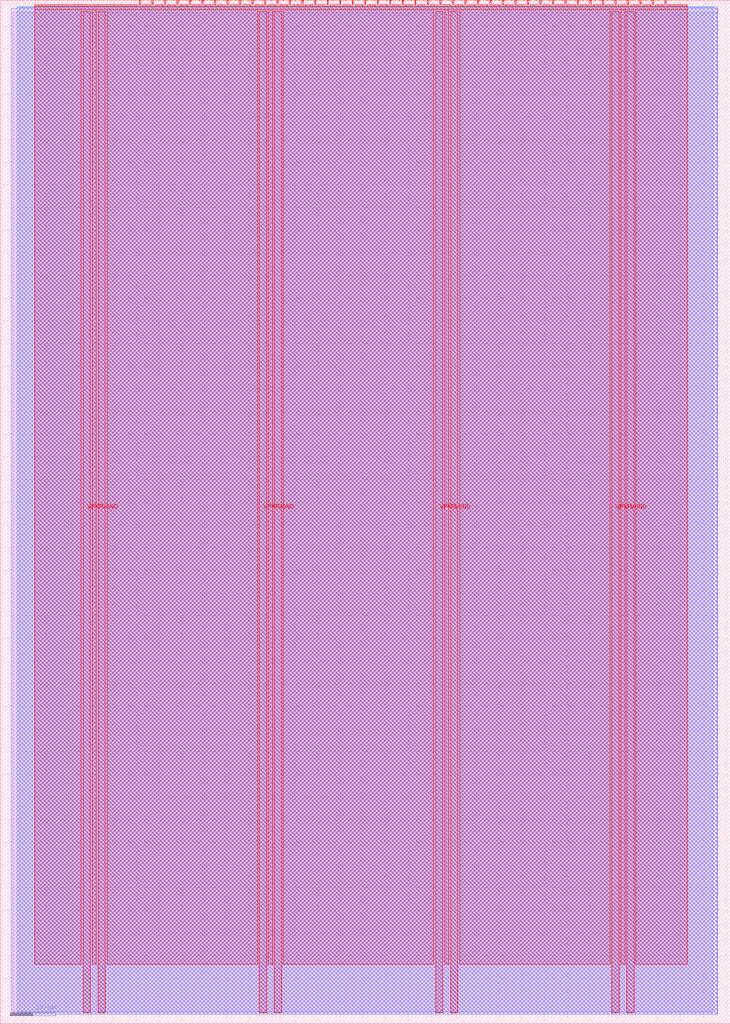
<source format=lef>
VERSION 5.7 ;
  NOWIREEXTENSIONATPIN ON ;
  DIVIDERCHAR "/" ;
  BUSBITCHARS "[]" ;
MACRO tt_um_edwintorok
  CLASS BLOCK ;
  FOREIGN tt_um_edwintorok ;
  ORIGIN 0.000 0.000 ;
  SIZE 161.000 BY 225.760 ;
  PIN VGND
    DIRECTION INOUT ;
    USE GROUND ;
    PORT
      LAYER met4 ;
        RECT 21.580 2.480 23.180 223.280 ;
    END
    PORT
      LAYER met4 ;
        RECT 60.450 2.480 62.050 223.280 ;
    END
    PORT
      LAYER met4 ;
        RECT 99.320 2.480 100.920 223.280 ;
    END
    PORT
      LAYER met4 ;
        RECT 138.190 2.480 139.790 223.280 ;
    END
  END VGND
  PIN VPWR
    DIRECTION INOUT ;
    USE POWER ;
    PORT
      LAYER met4 ;
        RECT 18.280 2.480 19.880 223.280 ;
    END
    PORT
      LAYER met4 ;
        RECT 57.150 2.480 58.750 223.280 ;
    END
    PORT
      LAYER met4 ;
        RECT 96.020 2.480 97.620 223.280 ;
    END
    PORT
      LAYER met4 ;
        RECT 134.890 2.480 136.490 223.280 ;
    END
  END VPWR
  PIN clk
    DIRECTION INPUT ;
    USE SIGNAL ;
    ANTENNAGATEAREA 0.852000 ;
    PORT
      LAYER met4 ;
        RECT 143.830 224.760 144.130 225.760 ;
    END
  END clk
  PIN ena
    DIRECTION INPUT ;
    USE SIGNAL ;
    PORT
      LAYER met4 ;
        RECT 146.590 224.760 146.890 225.760 ;
    END
  END ena
  PIN rst_n
    DIRECTION INPUT ;
    USE SIGNAL ;
    ANTENNAGATEAREA 0.213000 ;
    ANTENNADIFFAREA 0.434700 ;
    PORT
      LAYER met4 ;
        RECT 141.070 224.760 141.370 225.760 ;
    END
  END rst_n
  PIN ui_in[0]
    DIRECTION INPUT ;
    USE SIGNAL ;
    PORT
      LAYER met4 ;
        RECT 138.310 224.760 138.610 225.760 ;
    END
  END ui_in[0]
  PIN ui_in[1]
    DIRECTION INPUT ;
    USE SIGNAL ;
    PORT
      LAYER met4 ;
        RECT 135.550 224.760 135.850 225.760 ;
    END
  END ui_in[1]
  PIN ui_in[2]
    DIRECTION INPUT ;
    USE SIGNAL ;
    PORT
      LAYER met4 ;
        RECT 132.790 224.760 133.090 225.760 ;
    END
  END ui_in[2]
  PIN ui_in[3]
    DIRECTION INPUT ;
    USE SIGNAL ;
    PORT
      LAYER met4 ;
        RECT 130.030 224.760 130.330 225.760 ;
    END
  END ui_in[3]
  PIN ui_in[4]
    DIRECTION INPUT ;
    USE SIGNAL ;
    PORT
      LAYER met4 ;
        RECT 127.270 224.760 127.570 225.760 ;
    END
  END ui_in[4]
  PIN ui_in[5]
    DIRECTION INPUT ;
    USE SIGNAL ;
    PORT
      LAYER met4 ;
        RECT 124.510 224.760 124.810 225.760 ;
    END
  END ui_in[5]
  PIN ui_in[6]
    DIRECTION INPUT ;
    USE SIGNAL ;
    PORT
      LAYER met4 ;
        RECT 121.750 224.760 122.050 225.760 ;
    END
  END ui_in[6]
  PIN ui_in[7]
    DIRECTION INPUT ;
    USE SIGNAL ;
    PORT
      LAYER met4 ;
        RECT 118.990 224.760 119.290 225.760 ;
    END
  END ui_in[7]
  PIN uio_in[0]
    DIRECTION INPUT ;
    USE SIGNAL ;
    ANTENNAGATEAREA 0.213000 ;
    PORT
      LAYER met4 ;
        RECT 116.230 224.760 116.530 225.760 ;
    END
  END uio_in[0]
  PIN uio_in[1]
    DIRECTION INPUT ;
    USE SIGNAL ;
    PORT
      LAYER met4 ;
        RECT 113.470 224.760 113.770 225.760 ;
    END
  END uio_in[1]
  PIN uio_in[2]
    DIRECTION INPUT ;
    USE SIGNAL ;
    PORT
      LAYER met4 ;
        RECT 110.710 224.760 111.010 225.760 ;
    END
  END uio_in[2]
  PIN uio_in[3]
    DIRECTION INPUT ;
    USE SIGNAL ;
    PORT
      LAYER met4 ;
        RECT 107.950 224.760 108.250 225.760 ;
    END
  END uio_in[3]
  PIN uio_in[4]
    DIRECTION INPUT ;
    USE SIGNAL ;
    PORT
      LAYER met4 ;
        RECT 105.190 224.760 105.490 225.760 ;
    END
  END uio_in[4]
  PIN uio_in[5]
    DIRECTION INPUT ;
    USE SIGNAL ;
    PORT
      LAYER met4 ;
        RECT 102.430 224.760 102.730 225.760 ;
    END
  END uio_in[5]
  PIN uio_in[6]
    DIRECTION INPUT ;
    USE SIGNAL ;
    PORT
      LAYER met4 ;
        RECT 99.670 224.760 99.970 225.760 ;
    END
  END uio_in[6]
  PIN uio_in[7]
    DIRECTION INPUT ;
    USE SIGNAL ;
    PORT
      LAYER met4 ;
        RECT 96.910 224.760 97.210 225.760 ;
    END
  END uio_in[7]
  PIN uio_oe[0]
    DIRECTION OUTPUT ;
    USE SIGNAL ;
    ANTENNADIFFAREA 0.445500 ;
    PORT
      LAYER met4 ;
        RECT 49.990 224.760 50.290 225.760 ;
    END
  END uio_oe[0]
  PIN uio_oe[1]
    DIRECTION OUTPUT ;
    USE SIGNAL ;
    ANTENNADIFFAREA 0.445500 ;
    PORT
      LAYER met4 ;
        RECT 47.230 224.760 47.530 225.760 ;
    END
  END uio_oe[1]
  PIN uio_oe[2]
    DIRECTION OUTPUT ;
    USE SIGNAL ;
    ANTENNADIFFAREA 0.445500 ;
    PORT
      LAYER met4 ;
        RECT 44.470 224.760 44.770 225.760 ;
    END
  END uio_oe[2]
  PIN uio_oe[3]
    DIRECTION OUTPUT ;
    USE SIGNAL ;
    ANTENNADIFFAREA 0.445500 ;
    PORT
      LAYER met4 ;
        RECT 41.710 224.760 42.010 225.760 ;
    END
  END uio_oe[3]
  PIN uio_oe[4]
    DIRECTION OUTPUT ;
    USE SIGNAL ;
    ANTENNADIFFAREA 0.445500 ;
    PORT
      LAYER met4 ;
        RECT 38.950 224.760 39.250 225.760 ;
    END
  END uio_oe[4]
  PIN uio_oe[5]
    DIRECTION OUTPUT ;
    USE SIGNAL ;
    ANTENNADIFFAREA 0.445500 ;
    PORT
      LAYER met4 ;
        RECT 36.190 224.760 36.490 225.760 ;
    END
  END uio_oe[5]
  PIN uio_oe[6]
    DIRECTION OUTPUT ;
    USE SIGNAL ;
    ANTENNADIFFAREA 0.445500 ;
    PORT
      LAYER met4 ;
        RECT 33.430 224.760 33.730 225.760 ;
    END
  END uio_oe[6]
  PIN uio_oe[7]
    DIRECTION OUTPUT ;
    USE SIGNAL ;
    ANTENNADIFFAREA 0.445500 ;
    PORT
      LAYER met4 ;
        RECT 30.670 224.760 30.970 225.760 ;
    END
  END uio_oe[7]
  PIN uio_out[0]
    DIRECTION OUTPUT ;
    USE SIGNAL ;
    ANTENNADIFFAREA 0.445500 ;
    PORT
      LAYER met4 ;
        RECT 72.070 224.760 72.370 225.760 ;
    END
  END uio_out[0]
  PIN uio_out[1]
    DIRECTION OUTPUT ;
    USE SIGNAL ;
    ANTENNADIFFAREA 0.445500 ;
    PORT
      LAYER met4 ;
        RECT 69.310 224.760 69.610 225.760 ;
    END
  END uio_out[1]
  PIN uio_out[2]
    DIRECTION OUTPUT ;
    USE SIGNAL ;
    ANTENNADIFFAREA 0.445500 ;
    PORT
      LAYER met4 ;
        RECT 66.550 224.760 66.850 225.760 ;
    END
  END uio_out[2]
  PIN uio_out[3]
    DIRECTION OUTPUT ;
    USE SIGNAL ;
    ANTENNADIFFAREA 0.445500 ;
    PORT
      LAYER met4 ;
        RECT 63.790 224.760 64.090 225.760 ;
    END
  END uio_out[3]
  PIN uio_out[4]
    DIRECTION OUTPUT ;
    USE SIGNAL ;
    ANTENNADIFFAREA 0.445500 ;
    PORT
      LAYER met4 ;
        RECT 61.030 224.760 61.330 225.760 ;
    END
  END uio_out[4]
  PIN uio_out[5]
    DIRECTION OUTPUT ;
    USE SIGNAL ;
    ANTENNADIFFAREA 0.445500 ;
    PORT
      LAYER met4 ;
        RECT 58.270 224.760 58.570 225.760 ;
    END
  END uio_out[5]
  PIN uio_out[6]
    DIRECTION OUTPUT ;
    USE SIGNAL ;
    ANTENNADIFFAREA 0.445500 ;
    PORT
      LAYER met4 ;
        RECT 55.510 224.760 55.810 225.760 ;
    END
  END uio_out[6]
  PIN uio_out[7]
    DIRECTION OUTPUT ;
    USE SIGNAL ;
    ANTENNADIFFAREA 0.445500 ;
    PORT
      LAYER met4 ;
        RECT 52.750 224.760 53.050 225.760 ;
    END
  END uio_out[7]
  PIN uo_out[0]
    DIRECTION OUTPUT ;
    USE SIGNAL ;
    ANTENNADIFFAREA 0.445500 ;
    PORT
      LAYER met4 ;
        RECT 94.150 224.760 94.450 225.760 ;
    END
  END uo_out[0]
  PIN uo_out[1]
    DIRECTION OUTPUT ;
    USE SIGNAL ;
    ANTENNADIFFAREA 0.445500 ;
    PORT
      LAYER met4 ;
        RECT 91.390 224.760 91.690 225.760 ;
    END
  END uo_out[1]
  PIN uo_out[2]
    DIRECTION OUTPUT ;
    USE SIGNAL ;
    ANTENNADIFFAREA 0.445500 ;
    PORT
      LAYER met4 ;
        RECT 88.630 224.760 88.930 225.760 ;
    END
  END uo_out[2]
  PIN uo_out[3]
    DIRECTION OUTPUT ;
    USE SIGNAL ;
    ANTENNADIFFAREA 0.445500 ;
    PORT
      LAYER met4 ;
        RECT 85.870 224.760 86.170 225.760 ;
    END
  END uo_out[3]
  PIN uo_out[4]
    DIRECTION OUTPUT ;
    USE SIGNAL ;
    ANTENNADIFFAREA 0.445500 ;
    PORT
      LAYER met4 ;
        RECT 83.110 224.760 83.410 225.760 ;
    END
  END uo_out[4]
  PIN uo_out[5]
    DIRECTION OUTPUT ;
    USE SIGNAL ;
    ANTENNADIFFAREA 0.445500 ;
    PORT
      LAYER met4 ;
        RECT 80.350 224.760 80.650 225.760 ;
    END
  END uo_out[5]
  PIN uo_out[6]
    DIRECTION OUTPUT ;
    USE SIGNAL ;
    ANTENNADIFFAREA 0.445500 ;
    PORT
      LAYER met4 ;
        RECT 77.590 224.760 77.890 225.760 ;
    END
  END uo_out[6]
  PIN uo_out[7]
    DIRECTION OUTPUT ;
    USE SIGNAL ;
    ANTENNADIFFAREA 0.795200 ;
    PORT
      LAYER met4 ;
        RECT 74.830 224.760 75.130 225.760 ;
    END
  END uo_out[7]
  OBS
      LAYER li1 ;
        RECT 2.760 2.635 158.240 223.125 ;
      LAYER met1 ;
        RECT 2.460 2.080 158.240 224.020 ;
      LAYER met2 ;
        RECT 3.780 2.050 158.140 224.245 ;
      LAYER met3 ;
        RECT 4.205 2.555 157.255 224.225 ;
      LAYER met4 ;
        RECT 7.655 224.360 30.270 224.760 ;
        RECT 31.370 224.360 33.030 224.760 ;
        RECT 34.130 224.360 35.790 224.760 ;
        RECT 36.890 224.360 38.550 224.760 ;
        RECT 39.650 224.360 41.310 224.760 ;
        RECT 42.410 224.360 44.070 224.760 ;
        RECT 45.170 224.360 46.830 224.760 ;
        RECT 47.930 224.360 49.590 224.760 ;
        RECT 50.690 224.360 52.350 224.760 ;
        RECT 53.450 224.360 55.110 224.760 ;
        RECT 56.210 224.360 57.870 224.760 ;
        RECT 58.970 224.360 60.630 224.760 ;
        RECT 61.730 224.360 63.390 224.760 ;
        RECT 64.490 224.360 66.150 224.760 ;
        RECT 67.250 224.360 68.910 224.760 ;
        RECT 70.010 224.360 71.670 224.760 ;
        RECT 72.770 224.360 74.430 224.760 ;
        RECT 75.530 224.360 77.190 224.760 ;
        RECT 78.290 224.360 79.950 224.760 ;
        RECT 81.050 224.360 82.710 224.760 ;
        RECT 83.810 224.360 85.470 224.760 ;
        RECT 86.570 224.360 88.230 224.760 ;
        RECT 89.330 224.360 90.990 224.760 ;
        RECT 92.090 224.360 93.750 224.760 ;
        RECT 94.850 224.360 96.510 224.760 ;
        RECT 97.610 224.360 99.270 224.760 ;
        RECT 100.370 224.360 102.030 224.760 ;
        RECT 103.130 224.360 104.790 224.760 ;
        RECT 105.890 224.360 107.550 224.760 ;
        RECT 108.650 224.360 110.310 224.760 ;
        RECT 111.410 224.360 113.070 224.760 ;
        RECT 114.170 224.360 115.830 224.760 ;
        RECT 116.930 224.360 118.590 224.760 ;
        RECT 119.690 224.360 121.350 224.760 ;
        RECT 122.450 224.360 124.110 224.760 ;
        RECT 125.210 224.360 126.870 224.760 ;
        RECT 127.970 224.360 129.630 224.760 ;
        RECT 130.730 224.360 132.390 224.760 ;
        RECT 133.490 224.360 135.150 224.760 ;
        RECT 136.250 224.360 137.910 224.760 ;
        RECT 139.010 224.360 140.670 224.760 ;
        RECT 141.770 224.360 143.430 224.760 ;
        RECT 144.530 224.360 146.190 224.760 ;
        RECT 147.290 224.360 151.505 224.760 ;
        RECT 7.655 223.680 151.505 224.360 ;
        RECT 7.655 13.095 17.880 223.680 ;
        RECT 20.280 13.095 21.180 223.680 ;
        RECT 23.580 13.095 56.750 223.680 ;
        RECT 59.150 13.095 60.050 223.680 ;
        RECT 62.450 13.095 95.620 223.680 ;
        RECT 98.020 13.095 98.920 223.680 ;
        RECT 101.320 13.095 134.490 223.680 ;
        RECT 136.890 13.095 137.790 223.680 ;
        RECT 140.190 13.095 151.505 223.680 ;
  END
END tt_um_edwintorok
END LIBRARY


</source>
